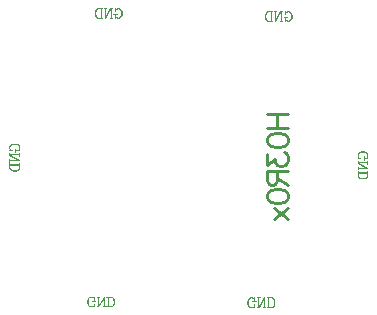
<source format=gbr>
G04*
G04 #@! TF.GenerationSoftware,Altium Limited,Altium Designer,25.8.1 (18)*
G04*
G04 Layer_Color=32896*
%FSLAX44Y44*%
%MOMM*%
G71*
G04*
G04 #@! TF.SameCoordinates,2BA1844E-35A1-40AA-B719-48A9BFBC8ED3*
G04*
G04*
G04 #@! TF.FilePolarity,Positive*
G04*
G01*
G75*
%ADD14C,0.2540*%
%ADD15C,0.0762*%
D14*
X66298Y37084D02*
X84074D01*
X66298Y25233D02*
X84074D01*
X74763Y37084D02*
Y25233D01*
X66298Y15245D02*
X67144Y17784D01*
X69684Y19477D01*
X73916Y20324D01*
X76456D01*
X80688Y19477D01*
X83228Y17784D01*
X84074Y15245D01*
Y13552D01*
X83228Y11012D01*
X80688Y9319D01*
X76456Y8473D01*
X73916D01*
X69684Y9319D01*
X67144Y11012D01*
X66298Y13552D01*
Y15245D01*
Y2801D02*
Y-6510D01*
X73070Y-1431D01*
Y-3971D01*
X73916Y-5663D01*
X74763Y-6510D01*
X77302Y-7357D01*
X78995D01*
X81535Y-6510D01*
X83228Y-4817D01*
X84074Y-2278D01*
Y262D01*
X83228Y2801D01*
X82381Y3648D01*
X80688Y4494D01*
X66298Y-11335D02*
X84074D01*
X66298D02*
Y-18953D01*
X67144Y-21493D01*
X67991Y-22339D01*
X69684Y-23186D01*
X71377D01*
X73070Y-22339D01*
X73916Y-21493D01*
X74763Y-18953D01*
Y-11335D01*
Y-17260D02*
X84074Y-23186D01*
X66298Y-32243D02*
X67144Y-29704D01*
X69684Y-28011D01*
X73916Y-27164D01*
X76456D01*
X80688Y-28011D01*
X83228Y-29704D01*
X84074Y-32243D01*
Y-33936D01*
X83228Y-36476D01*
X80688Y-38169D01*
X76456Y-39015D01*
X73916D01*
X69684Y-38169D01*
X67144Y-36476D01*
X66298Y-33936D01*
Y-32243D01*
X72223Y-42993D02*
X84074Y-52305D01*
X72223D02*
X84074Y-42993D01*
D15*
X-80181Y-125077D02*
X-79794Y-123916D01*
Y-126238D01*
X-80181Y-125077D01*
X-80954Y-125851D01*
X-82115Y-126238D01*
X-82889D01*
X-84050Y-125851D01*
X-84824Y-125077D01*
X-85211Y-124303D01*
X-85598Y-123142D01*
Y-121208D01*
X-85211Y-120047D01*
X-84824Y-119273D01*
X-84050Y-118499D01*
X-82889Y-118112D01*
X-82115D01*
X-80954Y-118499D01*
X-80181Y-119273D01*
X-82889Y-126238D02*
X-83663Y-125851D01*
X-84437Y-125077D01*
X-84824Y-124303D01*
X-85211Y-123142D01*
Y-121208D01*
X-84824Y-120047D01*
X-84437Y-119273D01*
X-83663Y-118499D01*
X-82889Y-118112D01*
X-80181Y-121208D02*
Y-118112D01*
X-79794Y-121208D02*
Y-118112D01*
X-81341Y-121208D02*
X-78633D01*
X-76427Y-126238D02*
Y-118112D01*
X-76040Y-126238D02*
X-71396Y-118886D01*
X-76040Y-125464D02*
X-71396Y-118112D01*
Y-126238D02*
Y-118112D01*
X-77588Y-126238D02*
X-76040D01*
X-72557D02*
X-70236D01*
X-77588Y-118112D02*
X-75266D01*
X-68068Y-126238D02*
Y-118112D01*
X-67682Y-126238D02*
Y-118112D01*
X-69229Y-126238D02*
X-65360D01*
X-64199Y-125851D01*
X-63425Y-125077D01*
X-63038Y-124303D01*
X-62651Y-123142D01*
Y-121208D01*
X-63038Y-120047D01*
X-63425Y-119273D01*
X-64199Y-118499D01*
X-65360Y-118112D01*
X-69229D01*
X-65360Y-126238D02*
X-64586Y-125851D01*
X-63812Y-125077D01*
X-63425Y-124303D01*
X-63038Y-123142D01*
Y-121208D01*
X-63425Y-120047D01*
X-63812Y-119273D01*
X-64586Y-118499D01*
X-65360Y-118112D01*
X55455Y-125585D02*
X55842Y-124424D01*
Y-126746D01*
X55455Y-125585D01*
X54682Y-126359D01*
X53521Y-126746D01*
X52747D01*
X51586Y-126359D01*
X50812Y-125585D01*
X50425Y-124811D01*
X50038Y-123650D01*
Y-121715D01*
X50425Y-120555D01*
X50812Y-119781D01*
X51586Y-119007D01*
X52747Y-118620D01*
X53521D01*
X54682Y-119007D01*
X55455Y-119781D01*
X52747Y-126746D02*
X51973Y-126359D01*
X51199Y-125585D01*
X50812Y-124811D01*
X50425Y-123650D01*
Y-121715D01*
X50812Y-120555D01*
X51199Y-119781D01*
X51973Y-119007D01*
X52747Y-118620D01*
X55455Y-121715D02*
Y-118620D01*
X55842Y-121715D02*
Y-118620D01*
X54295Y-121715D02*
X57003D01*
X59209Y-126746D02*
Y-118620D01*
X59596Y-126746D02*
X64240Y-119394D01*
X59596Y-125972D02*
X64240Y-118620D01*
Y-126746D02*
Y-118620D01*
X58048Y-126746D02*
X59596D01*
X63079D02*
X65401D01*
X58048Y-118620D02*
X60370D01*
X67568Y-126746D02*
Y-118620D01*
X67954Y-126746D02*
Y-118620D01*
X66407Y-126746D02*
X70276D01*
X71437Y-126359D01*
X72211Y-125585D01*
X72598Y-124811D01*
X72985Y-123650D01*
Y-121715D01*
X72598Y-120555D01*
X72211Y-119781D01*
X71437Y-119007D01*
X70276Y-118620D01*
X66407D01*
X70276Y-126746D02*
X71050Y-126359D01*
X71824Y-125585D01*
X72211Y-124811D01*
X72598Y-123650D01*
Y-121715D01*
X72211Y-120555D01*
X71824Y-119781D01*
X71050Y-119007D01*
X70276Y-118620D01*
X82212Y122537D02*
X81826Y121376D01*
Y123698D01*
X82212Y122537D01*
X82986Y123311D01*
X84147Y123698D01*
X84921D01*
X86082Y123311D01*
X86856Y122537D01*
X87243Y121763D01*
X87630Y120602D01*
Y118667D01*
X87243Y117507D01*
X86856Y116733D01*
X86082Y115959D01*
X84921Y115572D01*
X84147D01*
X82986Y115959D01*
X82212Y116733D01*
X84921Y123698D02*
X85695Y123311D01*
X86469Y122537D01*
X86856Y121763D01*
X87243Y120602D01*
Y118667D01*
X86856Y117507D01*
X86469Y116733D01*
X85695Y115959D01*
X84921Y115572D01*
X82212Y118667D02*
Y115572D01*
X81826Y118667D02*
Y115572D01*
X83373Y118667D02*
X80665D01*
X78459Y123698D02*
Y115572D01*
X78072Y123698D02*
X73428Y116346D01*
X78072Y122924D02*
X73428Y115572D01*
Y123698D02*
Y115572D01*
X79620Y123698D02*
X78072D01*
X74589D02*
X72267D01*
X79620Y115572D02*
X77298D01*
X70100Y123698D02*
Y115572D01*
X69714Y123698D02*
Y115572D01*
X71261Y123698D02*
X67392D01*
X66231Y123311D01*
X65457Y122537D01*
X65070Y121763D01*
X64683Y120602D01*
Y118667D01*
X65070Y117507D01*
X65457Y116733D01*
X66231Y115959D01*
X67392Y115572D01*
X71261D01*
X67392Y123698D02*
X66618Y123311D01*
X65844Y122537D01*
X65457Y121763D01*
X65070Y120602D01*
Y118667D01*
X65457Y117507D01*
X65844Y116733D01*
X66618Y115959D01*
X67392Y115572D01*
X-61730Y125122D02*
X-62117Y123961D01*
Y126283D01*
X-61730Y125122D01*
X-60956Y125896D01*
X-59795Y126283D01*
X-59022D01*
X-57861Y125896D01*
X-57087Y125122D01*
X-56700Y124348D01*
X-56313Y123187D01*
Y121252D01*
X-56700Y120091D01*
X-57087Y119317D01*
X-57861Y118544D01*
X-59022Y118156D01*
X-59795D01*
X-60956Y118544D01*
X-61730Y119317D01*
X-59022Y126283D02*
X-58248Y125896D01*
X-57474Y125122D01*
X-57087Y124348D01*
X-56700Y123187D01*
Y121252D01*
X-57087Y120091D01*
X-57474Y119317D01*
X-58248Y118544D01*
X-59022Y118156D01*
X-61730Y121252D02*
Y118156D01*
X-62117Y121252D02*
Y118156D01*
X-60569Y121252D02*
X-63278D01*
X-65484Y126283D02*
Y118156D01*
X-65871Y126283D02*
X-70514Y118930D01*
X-65871Y125509D02*
X-70514Y118156D01*
Y126283D02*
Y118156D01*
X-64323Y126283D02*
X-65871D01*
X-69353D02*
X-71675D01*
X-64323Y118156D02*
X-66645D01*
X-73842Y126283D02*
Y118156D01*
X-74229Y126283D02*
Y118156D01*
X-72681Y126283D02*
X-76551D01*
X-77712Y125896D01*
X-78486Y125122D01*
X-78873Y124348D01*
X-79260Y123187D01*
Y121252D01*
X-78873Y120091D01*
X-78486Y119317D01*
X-77712Y118544D01*
X-76551Y118156D01*
X-72681D01*
X-76551Y126283D02*
X-77325Y125896D01*
X-78099Y125122D01*
X-78486Y124348D01*
X-78873Y123187D01*
Y121252D01*
X-78486Y120091D01*
X-78099Y119317D01*
X-77325Y118544D01*
X-76551Y118156D01*
X144671Y-338D02*
X145832Y-724D01*
X143510D01*
X144671Y-338D01*
X143897Y436D01*
X143510Y1597D01*
Y2371D01*
X143897Y3532D01*
X144671Y4306D01*
X145445Y4693D01*
X146606Y5080D01*
X148540D01*
X149701Y4693D01*
X150475Y4306D01*
X151249Y3532D01*
X151636Y2371D01*
Y1597D01*
X151249Y436D01*
X150475Y-338D01*
X143510Y2371D02*
X143897Y3145D01*
X144671Y3919D01*
X145445Y4306D01*
X146606Y4693D01*
X148540D01*
X149701Y4306D01*
X150475Y3919D01*
X151249Y3145D01*
X151636Y2371D01*
X148540Y-338D02*
X151636D01*
X148540Y-724D02*
X151636D01*
X148540Y823D02*
Y-1885D01*
X143510Y-4091D02*
X151636D01*
X143510Y-4478D02*
X150862Y-9122D01*
X144284Y-4478D02*
X151636Y-9122D01*
X143510D02*
X151636D01*
X143510Y-2930D02*
Y-4478D01*
Y-7961D02*
Y-10282D01*
X151636Y-2930D02*
Y-5252D01*
X143510Y-12450D02*
X151636D01*
X143510Y-12836D02*
X151636D01*
X143510Y-11289D02*
Y-15158D01*
X143897Y-16319D01*
X144671Y-17093D01*
X145445Y-17480D01*
X146606Y-17867D01*
X148540D01*
X149701Y-17480D01*
X150475Y-17093D01*
X151249Y-16319D01*
X151636Y-15158D01*
Y-11289D01*
X143510Y-15158D02*
X143897Y-15932D01*
X144671Y-16706D01*
X145445Y-17093D01*
X146606Y-17480D01*
X148540D01*
X149701Y-17093D01*
X150475Y-16706D01*
X151249Y-15932D01*
X151636Y-15158D01*
X-150223Y6266D02*
X-149062Y5879D01*
X-151384D01*
X-150223Y6266D01*
X-150997Y7040D01*
X-151384Y8201D01*
Y8975D01*
X-150997Y10136D01*
X-150223Y10910D01*
X-149449Y11297D01*
X-148288Y11684D01*
X-146354D01*
X-145193Y11297D01*
X-144419Y10910D01*
X-143645Y10136D01*
X-143258Y8975D01*
Y8201D01*
X-143645Y7040D01*
X-144419Y6266D01*
X-151384Y8975D02*
X-150997Y9749D01*
X-150223Y10523D01*
X-149449Y10910D01*
X-148288Y11297D01*
X-146354D01*
X-145193Y10910D01*
X-144419Y10523D01*
X-143645Y9749D01*
X-143258Y8975D01*
X-146354Y6266D02*
X-143258D01*
X-146354Y5879D02*
X-143258D01*
X-146354Y7427D02*
Y4719D01*
X-151384Y2513D02*
X-143258D01*
X-151384Y2126D02*
X-144032Y-2518D01*
X-150610Y2126D02*
X-143258Y-2518D01*
X-151384D02*
X-143258D01*
X-151384Y3674D02*
Y2126D01*
Y-1357D02*
Y-3679D01*
X-143258Y3674D02*
Y1352D01*
X-151384Y-5846D02*
X-143258D01*
X-151384Y-6232D02*
X-143258D01*
X-151384Y-4685D02*
Y-8554D01*
X-150997Y-9715D01*
X-150223Y-10489D01*
X-149449Y-10876D01*
X-148288Y-11263D01*
X-146354D01*
X-145193Y-10876D01*
X-144419Y-10489D01*
X-143645Y-9715D01*
X-143258Y-8554D01*
Y-4685D01*
X-151384Y-8554D02*
X-150997Y-9328D01*
X-150223Y-10102D01*
X-149449Y-10489D01*
X-148288Y-10876D01*
X-146354D01*
X-145193Y-10489D01*
X-144419Y-10102D01*
X-143645Y-9328D01*
X-143258Y-8554D01*
M02*

</source>
